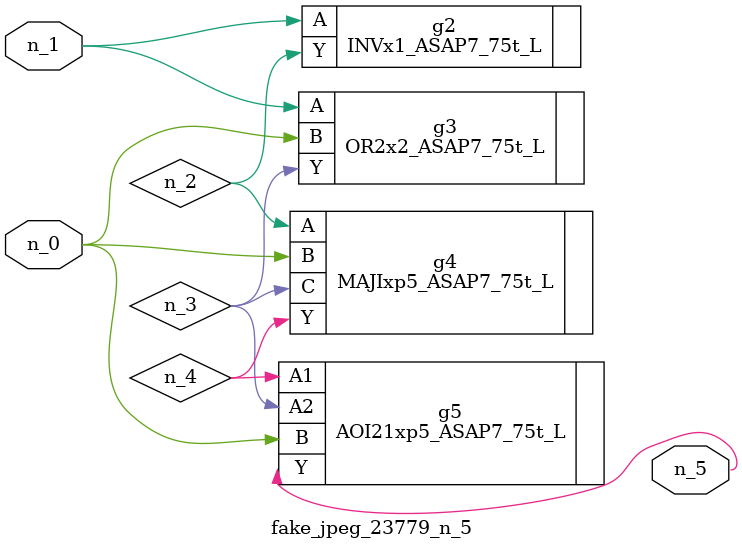
<source format=v>
module fake_jpeg_23779_n_5 (n_0, n_1, n_5);

input n_0;
input n_1;

output n_5;

wire n_3;
wire n_2;
wire n_4;

INVx1_ASAP7_75t_L g2 ( 
.A(n_1),
.Y(n_2)
);

OR2x2_ASAP7_75t_L g3 ( 
.A(n_1),
.B(n_0),
.Y(n_3)
);

MAJIxp5_ASAP7_75t_L g4 ( 
.A(n_2),
.B(n_0),
.C(n_3),
.Y(n_4)
);

AOI21xp5_ASAP7_75t_L g5 ( 
.A1(n_4),
.A2(n_3),
.B(n_0),
.Y(n_5)
);


endmodule
</source>
